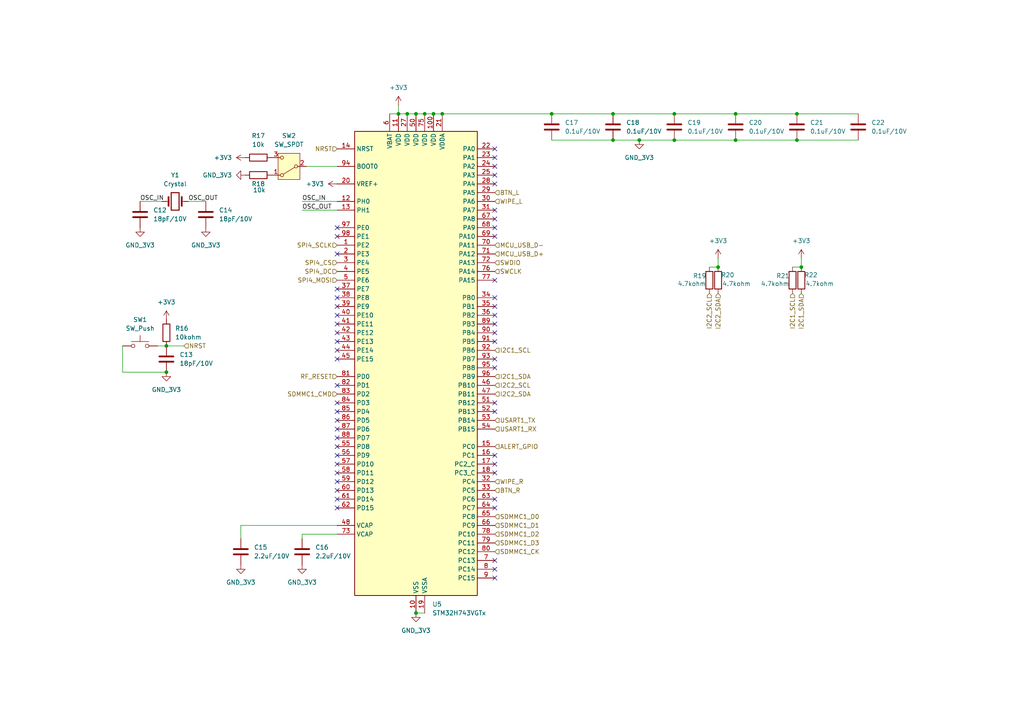
<source format=kicad_sch>
(kicad_sch (version 20231120) (generator "eeschema") (generator_version "8.0")
  (paper "A4")
  (lib_symbols
    (symbol "Device:C" (pin_numbers hide) (pin_names (offset 0.254))
      (property "Reference" "C" (at 0.635 2.54 0))
      (property "Value" "C" (at 0.635 -2.54 0))
      (symbol "C_0_1"
        (polyline (pts (xy -2.032 -0.762) (xy 2.032 -0.762)) (stroke (width 0.508)))
        (polyline (pts (xy -2.032 0.762) (xy 2.032 0.762)) (stroke (width 0.508)))
      )
      (symbol "C_1_1"
        (pin passive line (at 0 3.81 270) (length 2.794) (name "~") (number "1"))
        (pin passive line (at 0 -3.81 90) (length 2.794) (name "~") (number "2"))
      )
    )
    (symbol "Device:Crystal" (pin_numbers hide) (pin_names (offset 1.016) hide)
      (property "Reference" "Y" (at 0 3.81 0))
      (property "Value" "Crystal" (at 0 -3.81 0))
      (symbol "Crystal_0_1"
        (rectangle (start -1.143 2.54) (end 1.143 -2.54) (stroke (width 0.3048)))
        (polyline (pts (xy -2.54 0) (xy -1.905 0)))
        (polyline (pts (xy -1.905 -1.27) (xy -1.905 1.27)) (stroke (width 0.508)))
        (polyline (pts (xy 1.905 -1.27) (xy 1.905 1.27)) (stroke (width 0.508)))
        (polyline (pts (xy 2.54 0) (xy 1.905 0)))
      )
      (symbol "Crystal_1_1"
        (pin passive line (at -3.81 0 0) (length 1.27) (name "1") (number "1"))
        (pin passive line (at 3.81 0 180) (length 1.27) (name "2") (number "2"))
      )
    )
    (symbol "Device:R" (pin_numbers hide) (pin_names (offset 0))
      (property "Reference" "R" (at 2.032 0 90))
      (property "Value" "R" (at 0 0 90))
      (symbol "R_0_1"
        (rectangle (start -1.016 -2.54) (end 1.016 2.54) (stroke (width 0.254)))
      )
      (symbol "R_1_1"
        (pin passive line (at 0 3.81 270) (length 1.27) (name "~") (number "1"))
        (pin passive line (at 0 -3.81 90) (length 1.27) (name "~") (number "2"))
      )
    )
    (symbol "MCU_ST_STM32H7:STM32H743VGTx"
      (property "Reference" "U" (at -17.78 69.85 0))
      (property "Value" "STM32H743VGTx" (at 10.16 69.85 0))
      (symbol "STM32H743VGTx_0_1"
        (rectangle (start -17.78 -66.04) (end 17.78 68.58) (stroke (width 0.254)) (fill (type background)))
      )
      (symbol "STM32H743VGTx_1_1"
        (pin bidirectional line (at -22.86 35.56 0) (length 5.08) (name "PE2") (number "1"))
        (pin power_in line (at 0 -71.12 90) (length 5.08) (name "VSS") (number "10"))
        (pin power_in line (at 5.08 73.66 270) (length 5.08) (name "VDD") (number "100"))
        (pin power_in line (at -5.08 73.66 270) (length 5.08) (name "VDD") (number "11"))
        (pin bidirectional line (at -22.86 48.26 0) (length 5.08) (name "PH0") (number "12"))
        (pin bidirectional line (at -22.86 45.72 0) (length 5.08) (name "PH1") (number "13"))
        (pin input line (at -22.86 63.5 0) (length 5.08) (name "NRST") (number "14"))
        (pin bidirectional line (at 22.86 -22.86 180) (length 5.08) (name "PC0") (number "15"))
        (pin bidirectional line (at 22.86 -25.4 180) (length 5.08) (name "PC1") (number "16"))
        (pin bidirectional line (at 22.86 -27.94 180) (length 5.08) (name "PC2_C") (number "17"))
        (pin bidirectional line (at 22.86 -30.48 180) (length 5.08) (name "PC3_C") (number "18"))
        (pin power_in line (at 2.54 -71.12 90) (length 5.08) (name "VSSA") (number "19"))
        (pin bidirectional line (at -22.86 33.02 0) (length 5.08) (name "PE3") (number "2"))
        (pin input line (at -22.86 53.34 0) (length 5.08) (name "VREF+") (number "20"))
        (pin power_in line (at 7.62 73.66 270) (length 5.08) (name "VDDA") (number "21"))
        (pin bidirectional line (at 22.86 63.5 180) (length 5.08) (name "PA0") (number "22"))
        (pin bidirectional line (at 22.86 60.96 180) (length 5.08) (name "PA1") (number "23"))
        (pin bidirectional line (at 22.86 58.42 180) (length 5.08) (name "PA2") (number "24"))
        (pin bidirectional line (at 22.86 55.88 180) (length 5.08) (name "PA3") (number "25"))
        (pin passive line (at 0 -71.12 90) (length 5.08) hide (name "VSS") (number "26"))
        (pin power_in line (at -2.54 73.66 270) (length 5.08) (name "VDD") (number "27"))
        (pin bidirectional line (at 22.86 53.34 180) (length 5.08) (name "PA4") (number "28"))
        (pin bidirectional line (at 22.86 50.8 180) (length 5.08) (name "PA5") (number "29"))
        (pin bidirectional line (at -22.86 30.48 0) (length 5.08) (name "PE4") (number "3"))
        (pin bidirectional line (at 22.86 48.26 180) (length 5.08) (name "PA6") (number "30"))
        (pin bidirectional line (at 22.86 45.72 180) (length 5.08) (name "PA7") (number "31"))
        (pin bidirectional line (at 22.86 -33.02 180) (length 5.08) (name "PC4") (number "32"))
        (pin bidirectional line (at 22.86 -35.56 180) (length 5.08) (name "PC5") (number "33"))
        (pin bidirectional line (at 22.86 20.32 180) (length 5.08) (name "PB0") (number "34"))
        (pin bidirectional line (at 22.86 17.78 180) (length 5.08) (name "PB1") (number "35"))
        (pin bidirectional line (at 22.86 15.24 180) (length 5.08) (name "PB2") (number "36"))
        (pin bidirectional line (at -22.86 22.86 0) (length 5.08) (name "PE7") (number "37"))
        (pin bidirectional line (at -22.86 20.32 0) (length 5.08) (name "PE8") (number "38"))
        (pin bidirectional line (at -22.86 17.78 0) (length 5.08) (name "PE9") (number "39"))
        (pin bidirectional line (at -22.86 27.94 0) (length 5.08) (name "PE5") (number "4"))
        (pin bidirectional line (at -22.86 15.24 0) (length 5.08) (name "PE10") (number "40"))
        (pin bidirectional line (at -22.86 12.7 0) (length 5.08) (name "PE11") (number "41"))
        (pin bidirectional line (at -22.86 10.16 0) (length 5.08) (name "PE12") (number "42"))
        (pin bidirectional line (at -22.86 7.62 0) (length 5.08) (name "PE13") (number "43"))
        (pin bidirectional line (at -22.86 5.08 0) (length 5.08) (name "PE14") (number "44"))
        (pin bidirectional line (at -22.86 2.54 0) (length 5.08) (name "PE15") (number "45"))
        (pin bidirectional line (at 22.86 -5.08 180) (length 5.08) (name "PB10") (number "46"))
        (pin bidirectional line (at 22.86 -7.62 180) (length 5.08) (name "PB11") (number "47"))
        (pin power_out line (at -22.86 -45.72 0) (length 5.08) (name "VCAP") (number "48"))
        (pin passive line (at 0 -71.12 90) (length 5.08) hide (name "VSS") (number "49"))
        (pin bidirectional line (at -22.86 25.4 0) (length 5.08) (name "PE6") (number "5"))
        (pin power_in line (at 0 73.66 270) (length 5.08) (name "VDD") (number "50"))
        (pin bidirectional line (at 22.86 -10.16 180) (length 5.08) (name "PB12") (number "51"))
        (pin bidirectional line (at 22.86 -12.7 180) (length 5.08) (name "PB13") (number "52"))
        (pin bidirectional line (at 22.86 -15.24 180) (length 5.08) (name "PB14") (number "53"))
        (pin bidirectional line (at 22.86 -17.78 180) (length 5.08) (name "PB15") (number "54"))
        (pin bidirectional line (at -22.86 -22.86 0) (length 5.08) (name "PD8") (number "55"))
        (pin bidirectional line (at -22.86 -25.4 0) (length 5.08) (name "PD9") (number "56"))
        (pin bidirectional line (at -22.86 -27.94 0) (length 5.08) (name "PD10") (number "57"))
        (pin bidirectional line (at -22.86 -30.48 0) (length 5.08) (name "PD11") (number "58"))
        (pin bidirectional line (at -22.86 -33.02 0) (length 5.08) (name "PD12") (number "59"))
        (pin power_in line (at -7.62 73.66 270) (length 5.08) (name "VBAT") (number "6"))
        (pin bidirectional line (at -22.86 -35.56 0) (length 5.08) (name "PD13") (number "60"))
        (pin bidirectional line (at -22.86 -38.1 0) (length 5.08) (name "PD14") (number "61"))
        (pin bidirectional line (at -22.86 -40.64 0) (length 5.08) (name "PD15") (number "62"))
        (pin bidirectional line (at 22.86 -38.1 180) (length 5.08) (name "PC6") (number "63"))
        (pin bidirectional line (at 22.86 -40.64 180) (length 5.08) (name "PC7") (number "64"))
        (pin bidirectional line (at 22.86 -43.18 180) (length 5.08) (name "PC8") (number "65"))
        (pin bidirectional line (at 22.86 -45.72 180) (length 5.08) (name "PC9") (number "66"))
        (pin bidirectional line (at 22.86 43.18 180) (length 5.08) (name "PA8") (number "67"))
        (pin bidirectional line (at 22.86 40.64 180) (length 5.08) (name "PA9") (number "68"))
        (pin bidirectional line (at 22.86 38.1 180) (length 5.08) (name "PA10") (number "69"))
        (pin bidirectional line (at 22.86 -55.88 180) (length 5.08) (name "PC13") (number "7"))
        (pin bidirectional line (at 22.86 35.56 180) (length 5.08) (name "PA11") (number "70"))
        (pin bidirectional line (at 22.86 33.02 180) (length 5.08) (name "PA12") (number "71"))
        (pin bidirectional line (at 22.86 30.48 180) (length 5.08) (name "PA13") (number "72"))
        (pin power_out line (at -22.86 -48.26 0) (length 5.08) (name "VCAP") (number "73"))
        (pin passive line (at 0 -71.12 90) (length 5.08) hide (name "VSS") (number "74"))
        (pin power_in line (at 2.54 73.66 270) (length 5.08) (name "VDD") (number "75"))
        (pin bidirectional line (at 22.86 27.94 180) (length 5.08) (name "PA14") (number "76"))
        (pin bidirectional line (at 22.86 25.4 180) (length 5.08) (name "PA15") (number "77"))
        (pin bidirectional line (at 22.86 -48.26 180) (length 5.08) (name "PC10") (number "78"))
        (pin bidirectional line (at 22.86 -50.8 180) (length 5.08) (name "PC11") (number "79"))
        (pin bidirectional line (at 22.86 -58.42 180) (length 5.08) (name "PC14") (number "8"))
        (pin bidirectional line (at 22.86 -53.34 180) (length 5.08) (name "PC12") (number "80"))
        (pin bidirectional line (at -22.86 -2.54 0) (length 5.08) (name "PD0") (number "81"))
        (pin bidirectional line (at -22.86 -5.08 0) (length 5.08) (name "PD1") (number "82"))
        (pin bidirectional line (at -22.86 -7.62 0) (length 5.08) (name "PD2") (number "83"))
        (pin bidirectional line (at -22.86 -10.16 0) (length 5.08) (name "PD3") (number "84"))
        (pin bidirectional line (at -22.86 -12.7 0) (length 5.08) (name "PD4") (number "85"))
        (pin bidirectional line (at -22.86 -15.24 0) (length 5.08) (name "PD5") (number "86"))
        (pin bidirectional line (at -22.86 -17.78 0) (length 5.08) (name "PD6") (number "87"))
        (pin bidirectional line (at -22.86 -20.32 0) (length 5.08) (name "PD7") (number "88"))
        (pin bidirectional line (at 22.86 12.7 180) (length 5.08) (name "PB3") (number "89"))
        (pin bidirectional line (at 22.86 -60.96 180) (length 5.08) (name "PC15") (number "9"))
        (pin bidirectional line (at 22.86 10.16 180) (length 5.08) (name "PB4") (number "90"))
        (pin bidirectional line (at 22.86 7.62 180) (length 5.08) (name "PB5") (number "91"))
        (pin bidirectional line (at 22.86 5.08 180) (length 5.08) (name "PB6") (number "92"))
        (pin bidirectional line (at 22.86 2.54 180) (length 5.08) (name "PB7") (number "93"))
        (pin input line (at -22.86 58.42 0) (length 5.08) (name "BOOT0") (number "94"))
        (pin bidirectional line (at 22.86 0 180) (length 5.08) (name "PB8") (number "95"))
        (pin bidirectional line (at 22.86 -2.54 180) (length 5.08) (name "PB9") (number "96"))
        (pin bidirectional line (at -22.86 40.64 0) (length 5.08) (name "PE0") (number "97"))
        (pin bidirectional line (at -22.86 38.1 0) (length 5.08) (name "PE1") (number "98"))
        (pin passive line (at 0 -71.12 90) (length 5.08) hide (name "VSS") (number "99"))
      )
    )
    (symbol "Switch:SW_Push" (pin_numbers hide) (pin_names (offset 1.016) hide)
      (property "Reference" "SW" (at 1.27 2.54 0))
      (property "Value" "SW_Push" (at 0 -1.524 0))
      (symbol "SW_Push_0_1"
        (circle (center -2.032 0) (radius 0.508))
        (polyline (pts (xy 0 1.27) (xy 0 3.048)))
        (polyline (pts (xy 2.54 1.27) (xy -2.54 1.27)))
        (circle (center 2.032 0) (radius 0.508))
        (pin passive line (at -5.08 0 0) (length 2.54) (name "1") (number "1"))
        (pin passive line (at 5.08 0 180) (length 2.54) (name "2") (number "2"))
      )
    )
    (symbol "Switch:SW_SPDT" (pin_names (offset 0) hide)
      (property "Reference" "SW" (at 0 5.08 0))
      (property "Value" "SW_SPDT" (at 0 -5.08 0))
      (symbol "SW_SPDT_0_1"
        (circle (center -2.032 0) (radius 0.4572))
        (polyline (pts (xy -1.651 0.254) (xy 1.651 2.286)))
        (circle (center 2.032 -2.54) (radius 0.4572))
        (circle (center 2.032 2.54) (radius 0.4572))
      )
      (symbol "SW_SPDT_1_1"
        (rectangle (start -3.175 3.81) (end 3.175 -3.81) (fill (type background)))
        (pin passive line (at 5.08 2.54 180) (length 2.54) (name "A") (number "1"))
        (pin passive line (at -5.08 0 0) (length 2.54) (name "B") (number "2"))
        (pin passive line (at 5.08 -2.54 180) (length 2.54) (name "C") (number "3"))
      )
    )
    (symbol "power:+3V3" (power) (pin_numbers hide) (pin_names (offset 0) hide)
      (property "Value" "+3V3" (at 0 3.556 0))
      (symbol "+3V3_0_1"
        (polyline (pts (xy -0.762 1.27) (xy 0 2.54)))
        (polyline (pts (xy 0 0) (xy 0 2.54)))
        (polyline (pts (xy 0 2.54) (xy 0.762 1.27)))
      )
      (symbol "+3V3_1_1"
        (pin power_in line (at 0 0 90) (length 0) (name "~") (number "1"))
      )
    )
    (symbol "power:GND" (power) (pin_numbers hide) (pin_names (offset 0) hide)
      (property "Value" "GND" (at 0 -3.81 0))
      (symbol "GND_0_1"
        (polyline (pts (xy 0 0) (xy 0 -1.27) (xy 1.27 -1.27) (xy 0 -2.54) (xy -1.27 -1.27) (xy 0 -1.27)))
      )
      (symbol "GND_1_1"
        (pin power_in line (at 0 0 270) (length 0) (name "~") (number "1"))
      )
    )
  )
  (junction (at 195.58 33.02))
  (junction (at 115.57 33.02))
  (junction (at 118.11 33.02))
  (junction (at 231.14 40.64))
  (junction (at 195.58 40.64))
  (junction (at 213.36 40.64))
  (junction (at 177.8 40.64))
  (junction (at 177.8 33.02))
  (junction (at 128.27 33.02))
  (junction (at 232.41 77.47))
  (junction (at 213.36 33.02))
  (junction (at 123.19 33.02))
  (junction (at 120.65 177.8))
  (junction (at 120.65 33.02))
  (junction (at 48.26 100.33))
  (junction (at 185.42 40.64))
  (junction (at 231.14 33.02))
  (junction (at 125.73 33.02))
  (junction (at 160.02 33.02))
  (junction (at 48.26 107.95))
  (junction (at 208.28 77.47))
  (no_connect (at 143.51 99.06))
  (no_connect (at 143.51 137.16))
  (no_connect (at 97.79 96.52))
  (no_connect (at 143.51 134.62))
  (no_connect (at 143.51 60.96))
  (no_connect (at 97.79 86.36))
  (no_connect (at 97.79 111.76))
  (no_connect (at 143.51 50.8))
  (no_connect (at 143.51 45.72))
  (no_connect (at 143.51 116.84))
  (no_connect (at 97.79 121.92))
  (no_connect (at 143.51 86.36))
  (no_connect (at 97.79 144.78))
  (no_connect (at 143.51 147.32))
  (no_connect (at 97.79 66.04))
  (no_connect (at 97.79 91.44))
  (no_connect (at 97.79 147.32))
  (no_connect (at 143.51 68.58))
  (no_connect (at 143.51 106.68))
  (no_connect (at 97.79 119.38))
  (no_connect (at 143.51 91.44))
  (no_connect (at 97.79 129.54))
  (no_connect (at 143.51 81.28))
  (no_connect (at 97.79 116.84))
  (no_connect (at 97.79 88.9))
  (no_connect (at 97.79 68.58))
  (no_connect (at 97.79 142.24))
  (no_connect (at 97.79 124.46))
  (no_connect (at 143.51 162.56))
  (no_connect (at 97.79 99.06))
  (no_connect (at 97.79 137.16))
  (no_connect (at 143.51 48.26))
  (no_connect (at 97.79 134.62))
  (no_connect (at 97.79 104.14))
  (no_connect (at 97.79 139.7))
  (no_connect (at 143.51 119.38))
  (no_connect (at 143.51 53.34))
  (no_connect (at 97.79 132.08))
  (no_connect (at 143.51 93.98))
  (no_connect (at 143.51 165.1))
  (no_connect (at 143.51 66.04))
  (no_connect (at 143.51 88.9))
  (no_connect (at 97.79 83.82))
  (no_connect (at 143.51 43.18))
  (no_connect (at 143.51 144.78))
  (no_connect (at 143.51 104.14))
  (no_connect (at 97.79 73.66))
  (no_connect (at 143.51 63.5))
  (no_connect (at 143.51 167.64))
  (no_connect (at 143.51 132.08))
  (no_connect (at 143.51 96.52))
  (no_connect (at 97.79 127))
  (no_connect (at 97.79 93.98))
  (no_connect (at 97.79 101.6))
  (wire (pts (xy 113.03 33.02) (xy 115.57 33.02)))
  (wire (pts (xy 120.65 33.02) (xy 123.19 33.02)))
  (wire (pts (xy 123.19 33.02) (xy 125.73 33.02)))
  (wire (pts (xy 160.02 33.02) (xy 177.8 33.02)))
  (wire (pts (xy 87.63 154.94) (xy 87.63 156.21)))
  (wire (pts (xy 87.63 58.42) (xy 97.79 58.42)))
  (wire (pts (xy 205.74 77.47) (xy 208.28 77.47)))
  (wire (pts (xy 177.8 40.64) (xy 185.42 40.64)))
  (wire (pts (xy 213.36 40.64) (xy 231.14 40.64)))
  (wire (pts (xy 35.56 107.95) (xy 48.26 107.95)))
  (wire (pts (xy 195.58 33.02) (xy 213.36 33.02)))
  (wire (pts (xy 208.28 74.93) (xy 208.28 77.47)))
  (wire (pts (xy 40.64 58.42) (xy 46.99 58.42)))
  (wire (pts (xy 195.58 40.64) (xy 213.36 40.64)))
  (wire (pts (xy 231.14 40.64) (xy 248.92 40.64)))
  (wire (pts (xy 115.57 33.02) (xy 118.11 33.02)))
  (wire (pts (xy 120.65 177.8) (xy 123.19 177.8)))
  (wire (pts (xy 35.56 100.33) (xy 35.56 107.95)))
  (wire (pts (xy 128.27 33.02) (xy 160.02 33.02)))
  (wire (pts (xy 185.42 40.64) (xy 195.58 40.64)))
  (wire (pts (xy 232.41 74.93) (xy 232.41 77.47)))
  (wire (pts (xy 69.85 156.21) (xy 69.85 152.4)))
  (wire (pts (xy 88.9 48.26) (xy 97.79 48.26)))
  (wire (pts (xy 213.36 33.02) (xy 231.14 33.02)))
  (wire (pts (xy 48.26 100.33) (xy 45.72 100.33)))
  (wire (pts (xy 87.63 60.96) (xy 97.79 60.96)))
  (wire (pts (xy 229.87 77.47) (xy 232.41 77.47)))
  (wire (pts (xy 125.73 33.02) (xy 128.27 33.02)))
  (wire (pts (xy 87.63 154.94) (xy 97.79 154.94)))
  (wire (pts (xy 53.34 100.33) (xy 48.26 100.33)))
  (wire (pts (xy 231.14 33.02) (xy 248.92 33.02)))
  (wire (pts (xy 160.02 40.64) (xy 177.8 40.64)))
  (wire (pts (xy 115.57 30.48) (xy 115.57 33.02)))
  (wire (pts (xy 118.11 33.02) (xy 120.65 33.02)))
  (wire (pts (xy 177.8 33.02) (xy 195.58 33.02)))
  (wire (pts (xy 54.61 58.42) (xy 59.69 58.42)))
  (wire (pts (xy 69.85 152.4) (xy 97.79 152.4)))
  (label "OSC_OUT" (at 87.63 60.96 0))
  (label "OSC_IN" (at 40.64 58.42 0))
  (label "OSC_OUT" (at 54.61 58.42 0))
  (label "OSC_IN" (at 87.63 58.42 0))
  (hierarchical_label "I2C1_SCL" (shape input) (at 143.51 101.6 0))
  (hierarchical_label "I2C1_SDA" (shape input) (at 232.41 85.09 270))
  (hierarchical_label "SPI4_CS" (shape input) (at 97.79 76.2 180))
  (hierarchical_label "SDMMC1_D3" (shape input) (at 143.51 157.48 0))
  (hierarchical_label "SWCLK" (shape input) (at 143.51 78.74 0))
  (hierarchical_label "USART1_TX" (shape input) (at 143.51 121.92 0))
  (hierarchical_label "ALERT_GPIO" (shape input) (at 143.51 129.54 0))
  (hierarchical_label "WIPE_R" (shape input) (at 143.51 139.7 0))
  (hierarchical_label "SPI4_DC" (shape input) (at 97.79 78.74 180))
  (hierarchical_label "BTN_L" (shape input) (at 143.51 55.88 0))
  (hierarchical_label "SDMMC1_CK" (shape input) (at 143.51 160.02 0))
  (hierarchical_label "I2C1_SDA" (shape input) (at 143.51 109.22 0))
  (hierarchical_label "SDMMC1_D0" (shape input) (at 143.51 149.86 0))
  (hierarchical_label "SDMMC1_CMD" (shape input) (at 97.79 114.3 180))
  (hierarchical_label "SWDIO" (shape input) (at 143.51 76.2 0))
  (hierarchical_label "I2C2_SCL" (shape input) (at 143.51 111.76 0))
  (hierarchical_label "BTN_R" (shape input) (at 143.51 142.24 0))
  (hierarchical_label "MCU_USB_D+" (shape input) (at 143.51 73.66 0))
  (hierarchical_label "I2C2_SDA" (shape input) (at 208.28 85.09 270))
  (hierarchical_label "I2C2_SCL" (shape input) (at 205.74 85.09 270))
  (hierarchical_label "NRST" (shape input) (at 97.79 43.18 180))
  (hierarchical_label "SDMMC1_D1" (shape input) (at 143.51 152.4 0))
  (hierarchical_label "NRST" (shape input) (at 53.34 100.33 0))
  (hierarchical_label "WIPE_L" (shape input) (at 143.51 58.42 0))
  (hierarchical_label "MCU_USB_D-" (shape input) (at 143.51 71.12 0))
  (hierarchical_label "I2C2_SDA" (shape input) (at 143.51 114.3 0))
  (hierarchical_label "SDMMC1_D2" (shape input) (at 143.51 154.94 0))
  (hierarchical_label "RF_RESET" (shape input) (at 97.79 109.22 180))
  (hierarchical_label "I2C1_SCL" (shape input) (at 229.87 85.09 270))
  (hierarchical_label "SPI4_SCLK" (shape input) (at 97.79 71.12 180))
  (hierarchical_label "USART1_RX" (shape input) (at 143.51 124.46 0))
  (hierarchical_label "SPI4_MOSI" (shape input) (at 97.79 81.28 180))
  (symbol (lib_id "Device:C") (at 177.8 36.83 0) (unit 1)
    (property "Reference" "C18" (at 181.61 35.5599 0) (effects (justify left)))
    (property "Value" "0.1uF/10V" (at 181.61 38.0999 0) (effects (justify left)))
    (property "Footprint" "Capacitor_SMD:C_0603_1608Metric" (effects (hide yes)))
    (property "Description" "Unpolarized capacitor" (effects (hide yes)))
  )
  (symbol (lib_id "Device:C") (at 195.58 36.83 0) (unit 1)
    (property "Reference" "C19" (at 199.39 35.5599 0) (effects (justify left)))
    (property "Value" "0.1uF/10V" (at 199.39 38.0999 0) (effects (justify left)))
    (property "Footprint" "Capacitor_SMD:C_0603_1608Metric" (effects (hide yes)))
    (property "Description" "Unpolarized capacitor" (effects (hide yes)))
  )
  (symbol (lib_id "Device:R") (at 48.26 96.52 0) (unit 1)
    (property "Reference" "R16" (at 50.8 95.2499 0) (effects (justify left)))
    (property "Value" "10kohm" (at 50.8 97.7899 0) (effects (justify left)))
    (property "Footprint" "Capacitor_SMD:C_0603_1608Metric" (effects (hide yes)))
    (property "Description" "Resistor" (effects (hide yes)))
  )
  (symbol (lib_id "Device:R") (at 232.41 81.28 180) (unit 1)
    (property "Reference" "R22" (at 235.204 79.756 0))
    (property "Value" "4.7kohm" (at 237.744 82.296 0))
    (property "Footprint" "Resistor_SMD:R_0603_1608Metric" (effects (hide yes)))
    (property "Description" "Resistor" (effects (hide yes)))
  )
  (symbol (lib_id "power:GND") (at 48.26 107.95 0) (unit 1)
    (property "Reference" "#PWR059" (effects (hide yes)))
    (property "Value" "GND_3V3" (at 48.26 113.03 0))
    (property "Description" "Power symbol creates a global label with name \"GND\" , ground" (effects (hide yes)))
  )
  (symbol (lib_id "Device:C") (at 59.69 62.23 0) (unit 1)
    (property "Reference" "C14" (at 63.5 60.9599 0) (effects (justify left)))
    (property "Value" "18pF/10V" (at 63.5 63.4999 0) (effects (justify left)))
    (property "Footprint" "Capacitor_SMD:C_0603_1608Metric" (effects (hide yes)))
    (property "Description" "Unpolarized capacitor" (effects (hide yes)))
  )
  (symbol (lib_id "Device:R") (at 208.28 81.28 180) (unit 1)
    (property "Reference" "R20" (at 211.074 79.756 0))
    (property "Value" "4.7kohm" (at 213.614 82.296 0))
    (property "Footprint" "Resistor_SMD:R_0603_1608Metric" (effects (hide yes)))
    (property "Description" "Resistor" (effects (hide yes)))
  )
  (symbol (lib_id "power:+3V3") (at 232.41 74.93 0) (unit 1)
    (property "Reference" "#PWR070" (effects (hide yes)))
    (property "Value" "+3V3" (at 232.41 69.85 0))
    (property "Description" "Power symbol creates a global label with name \"+3V3\"" (effects (hide yes)))
  )
  (symbol (lib_id "Device:R") (at 74.93 45.72 270) (unit 1)
    (property "Reference" "R17" (at 74.93 39.37 90))
    (property "Value" "10k" (at 74.93 41.91 90))
    (property "Footprint" "Capacitor_SMD:C_0603_1608Metric" (effects (hide yes)))
    (property "Description" "Resistor" (effects (hide yes)))
  )
  (symbol (lib_id "power:+3V3") (at 97.79 53.34 90) (unit 1)
    (property "Reference" "#PWR065" (effects (hide yes)))
    (property "Value" "+3V3" (at 93.98 53.3399 90) (effects (justify left)))
    (property "Description" "Power symbol creates a global label with name \"+3V3\"" (effects (hide yes)))
  )
  (symbol (lib_id "power:+3V3") (at 115.57 30.48 0) (unit 1)
    (property "Reference" "#PWR066" (effects (hide yes)))
    (property "Value" "+3V3" (at 115.57 25.4 0))
    (property "Description" "Power symbol creates a global label with name \"+3V3\"" (effects (hide yes)))
  )
  (symbol (lib_id "power:GND") (at 69.85 163.83 0) (unit 1)
    (property "Reference" "#PWR061" (effects (hide yes)))
    (property "Value" "GND_3V3" (at 69.85 168.91 0))
    (property "Description" "Power symbol creates a global label with name \"GND\" , ground" (effects (hide yes)))
  )
  (symbol (lib_id "power:GND") (at 40.64 66.04 0) (unit 1)
    (property "Reference" "#PWR057" (effects (hide yes)))
    (property "Value" "GND_3V3" (at 40.64 71.12 0))
    (property "Description" "Power symbol creates a global label with name \"GND\" , ground" (effects (hide yes)))
  )
  (symbol (lib_id "power:GND") (at 59.69 66.04 0) (unit 1)
    (property "Reference" "#PWR060" (effects (hide yes)))
    (property "Value" "GND_3V3" (at 59.69 71.12 0))
    (property "Description" "Power symbol creates a global label with name \"GND\" , ground" (effects (hide yes)))
  )
  (symbol (lib_id "Device:C") (at 248.92 36.83 0) (unit 1)
    (property "Reference" "C22" (at 252.73 35.5599 0) (effects (justify left)))
    (property "Value" "0.1uF/10V" (at 252.73 38.0999 0) (effects (justify left)))
    (property "Footprint" "Capacitor_SMD:C_0603_1608Metric" (effects (hide yes)))
    (property "Description" "Unpolarized capacitor" (effects (hide yes)))
  )
  (symbol (lib_id "Device:R") (at 205.74 81.28 180) (unit 1)
    (property "Reference" "R19" (at 202.946 80.01 0))
    (property "Value" "4.7kohm" (at 200.66 82.296 0))
    (property "Footprint" "Resistor_SMD:R_0603_1608Metric" (effects (hide yes)))
    (property "Description" "Resistor" (effects (hide yes)))
  )
  (symbol (lib_id "Switch:SW_SPDT") (at 83.82 48.26 180) (unit 1)
    (property "Reference" "SW2" (at 83.82 39.37 0))
    (property "Value" "SW_SPDT" (at 83.82 41.91 0))
    (property "Footprint" "Connector_PinHeader_2.54mm:PinHeader_1x03_P2.54mm_Vertical" (effects (hide yes)))
    (property "Description" "Switch, single pole double throw" (effects (hide yes)))
  )
  (symbol (lib_id "Device:R") (at 229.87 81.28 180) (unit 1)
    (property "Reference" "R21" (at 227.076 80.01 0))
    (property "Value" "4.7kohm" (at 224.79 82.296 0))
    (property "Footprint" "Resistor_SMD:R_0603_1608Metric" (effects (hide yes)))
    (property "Description" "Resistor" (effects (hide yes)))
  )
  (symbol (lib_id "power:GND") (at 185.42 40.64 0) (unit 1)
    (property "Reference" "#PWR068" (effects (hide yes)))
    (property "Value" "GND_3V3" (at 185.42 45.72 0))
    (property "Description" "Power symbol creates a global label with name \"GND\" , ground" (effects (hide yes)))
  )
  (symbol (lib_id "Device:C") (at 69.85 160.02 0) (unit 1)
    (property "Reference" "C15" (at 73.66 158.7499 0) (effects (justify left)))
    (property "Value" "2.2uF/10V" (at 73.66 161.2899 0) (effects (justify left)))
    (property "Footprint" "Capacitor_SMD:C_0603_1608Metric" (effects (hide yes)))
    (property "Description" "Unpolarized capacitor" (effects (hide yes)))
  )
  (symbol (lib_id "power:GND") (at 87.63 163.83 0) (unit 1)
    (property "Reference" "#PWR064" (effects (hide yes)))
    (property "Value" "GND_3V3" (at 87.63 168.91 0))
    (property "Description" "Power symbol creates a global label with name \"GND\" , ground" (effects (hide yes)))
  )
  (symbol (lib_id "Device:C") (at 87.63 160.02 0) (unit 1)
    (property "Reference" "C16" (at 91.44 158.7499 0) (effects (justify left)))
    (property "Value" "2.2uF/10V" (at 91.44 161.2899 0) (effects (justify left)))
    (property "Footprint" "Capacitor_SMD:C_0603_1608Metric" (effects (hide yes)))
    (property "Description" "Unpolarized capacitor" (effects (hide yes)))
  )
  (symbol (lib_id "Device:C") (at 48.26 104.14 0) (unit 1)
    (property "Reference" "C13" (at 52.07 102.8699 0) (effects (justify left)))
    (property "Value" "18pF/10V" (at 52.07 105.4099 0) (effects (justify left)))
    (property "Footprint" "Capacitor_SMD:C_0603_1608Metric" (effects (hide yes)))
    (property "Description" "Unpolarized capacitor" (effects (hide yes)))
  )
  (symbol (lib_id "Device:C") (at 231.14 36.83 0) (unit 1)
    (property "Reference" "C21" (at 234.95 35.5599 0) (effects (justify left)))
    (property "Value" "0.1uF/10V" (at 234.95 38.0999 0) (effects (justify left)))
    (property "Footprint" "Capacitor_SMD:C_0603_1608Metric" (effects (hide yes)))
    (property "Description" "Unpolarized capacitor" (effects (hide yes)))
  )
  (symbol (lib_id "Device:Crystal") (at 50.8 58.42 180) (unit 1)
    (property "Reference" "Y1" (at 50.8 50.8 0))
    (property "Value" "Crystal" (at 50.8 53.34 0))
    (property "Footprint" "Crystal:Crystal_SMD_Abracon_ABM3-2Pin_5.0x3.2mm" (effects (hide yes)))
    (property "Datasheet" "https://abracon.com/Resonators/ABM7.pdf" (effects (hide yes)))
    (property "Description" "Two pin crystal (ABM7-25.000MHZ-D2Y-T)" (effects (hide yes)))
  )
  (symbol (lib_id "power:+3V3") (at 71.12 45.72 90) (unit 1)
    (property "Reference" "#PWR062" (effects (hide yes)))
    (property "Value" "+3V3" (at 67.31 45.7199 90) (effects (justify left)))
    (property "Description" "Power symbol creates a global label with name \"+3V3\"" (effects (hide yes)))
  )
  (symbol (lib_id "Device:C") (at 40.64 62.23 0) (unit 1)
    (property "Reference" "C12" (at 44.45 60.9599 0) (effects (justify left)))
    (property "Value" "18pF/10V" (at 44.45 63.4999 0) (effects (justify left)))
    (property "Footprint" "Capacitor_SMD:C_0603_1608Metric" (effects (hide yes)))
    (property "Description" "Unpolarized capacitor" (effects (hide yes)))
  )
  (symbol (lib_id "power:+3V3") (at 48.26 92.71 0) (unit 1)
    (property "Reference" "#PWR058" (effects (hide yes)))
    (property "Value" "+3V3" (at 48.26 87.63 0))
    (property "Description" "Power symbol creates a global label with name \"+3V3\"" (effects (hide yes)))
  )
  (symbol (lib_id "MCU_ST_STM32H7:STM32H743VGTx") (at 120.65 106.68 0) (unit 1)
    (property "Reference" "U5" (at 125.3841 175.26 0) (effects (justify left)))
    (property "Value" "STM32H743VGTx" (at 125.3841 177.8 0) (effects (justify left)))
    (property "Footprint" "Package_QFP:LQFP-100_14x14mm_P0.5mm" (effects (hide yes)))
    (property "Datasheet" "https://www.st.com/resource/en/datasheet/stm32h743vg.pdf" (effects (hide yes)))
    (property "Description" "STMicroelectronics Arm Cortex-M7 MCU, 1024KB flash, 1024KB RAM, 480 MHz, 1.71-3.6V, 82 GPIO, LQFP100" (effects (hide yes)))
  )
  (symbol (lib_id "Device:R") (at 74.93 50.8 270) (unit 1)
    (property "Reference" "R18" (at 74.93 53.34 90))
    (property "Value" "10k" (at 75.184 55.118 90))
    (property "Footprint" "Capacitor_SMD:C_0603_1608Metric" (effects (hide yes)))
    (property "Description" "Resistor" (effects (hide yes)))
  )
  (symbol (lib_id "Device:C") (at 160.02 36.83 0) (unit 1)
    (property "Reference" "C17" (at 163.83 35.5599 0) (effects (justify left)))
    (property "Value" "0.1uF/10V" (at 163.83 38.0999 0) (effects (justify left)))
    (property "Footprint" "Capacitor_SMD:C_0603_1608Metric" (effects (hide yes)))
    (property "Description" "Unpolarized capacitor" (effects (hide yes)))
  )
  (symbol (lib_id "power:+3V3") (at 208.28 74.93 0) (unit 1)
    (property "Reference" "#PWR069" (effects (hide yes)))
    (property "Value" "+3V3" (at 208.28 69.85 0))
    (property "Description" "Power symbol creates a global label with name \"+3V3\"" (effects (hide yes)))
  )
  (symbol (lib_id "Device:C") (at 213.36 36.83 0) (unit 1)
    (property "Reference" "C20" (at 217.17 35.5599 0) (effects (justify left)))
    (property "Value" "0.1uF/10V" (at 217.17 38.0999 0) (effects (justify left)))
    (property "Footprint" "Capacitor_SMD:C_0603_1608Metric" (effects (hide yes)))
    (property "Description" "Unpolarized capacitor" (effects (hide yes)))
  )
  (symbol (lib_id "Switch:SW_Push") (at 40.64 100.33 0) (unit 1)
    (property "Reference" "SW1" (at 40.64 92.71 0))
    (property "Value" "SW_Push" (at 40.64 95.25 0))
    (property "Footprint" "Button_Switch_THT:SW_SPST_Omron_B3F-40xx" (effects (hide yes)))
    (property "Description" "Push button switch, generic, two pins" (effects (hide yes)))
  )
  (symbol (lib_id "power:GND") (at 71.12 50.8 270) (unit 1)
    (property "Reference" "#PWR063" (effects (hide yes)))
    (property "Value" "GND_3V3" (at 67.31 50.7999 90) (effects (justify right)))
    (property "Description" "Power symbol creates a global label with name \"GND\" , ground" (effects (hide yes)))
  )
  (symbol (lib_id "power:GND") (at 120.65 177.8 0) (unit 1)
    (property "Reference" "#PWR067" (effects (hide yes)))
    (property "Value" "GND_3V3" (at 120.65 182.88 0))
    (property "Description" "Power symbol creates a global label with name \"GND\" , ground" (effects (hide yes)))
  )
)
</source>
